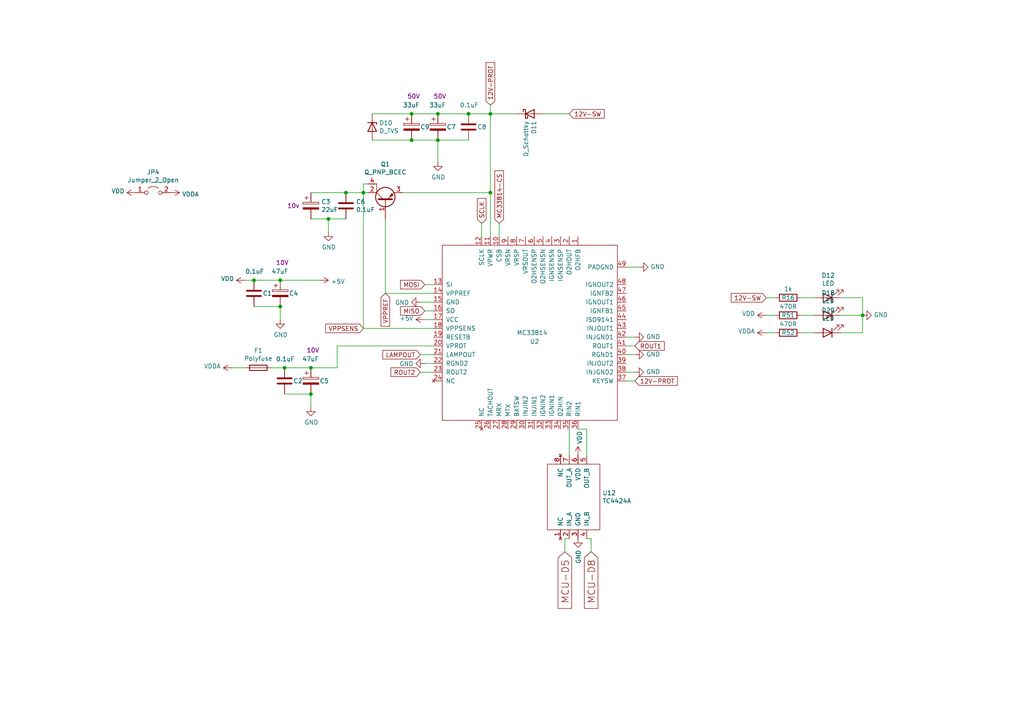
<source format=kicad_sch>
(kicad_sch (version 20230121) (generator eeschema)
  (paper "A4")
  (lib_symbols
    (symbol "Device:C" (pin_numbers hide) (pin_names (offset 0.254))
      (property "Reference" "C" (at 0.635 2.54 0))
      (property "Value" "C" (at 0.635 -2.54 0))
      (symbol "C_0_1"
        (polyline (pts (xy -2.032 -0.762) (xy 2.032 -0.762)) (stroke (width 0.508)))
        (polyline (pts (xy -2.032 0.762) (xy 2.032 0.762)) (stroke (width 0.508)))
      )
      (symbol "C_1_1"
        (pin passive line (at 0 3.81 270) (length 2.794) (name "~") (number "1"))
        (pin passive line (at 0 -3.81 90) (length 2.794) (name "~") (number "2"))
      )
    )
    (symbol "Device:CP" (pin_numbers hide) (pin_names (offset 0.254))
      (property "Reference" "C" (at 0.635 2.54 0))
      (property "Value" "Device_CP" (at 0.635 -2.54 0))
      (symbol "CP_0_1"
        (rectangle (start -2.286 0.508) (end 2.286 1.016))
        (polyline (pts (xy -1.778 2.286) (xy -0.762 2.286)))
        (polyline (pts (xy -1.27 2.794) (xy -1.27 1.778)))
        (rectangle (start 2.286 -0.508) (end -2.286 -1.016) (fill (type outline)))
      )
      (symbol "CP_1_1"
        (pin passive line (at 0 3.81 270) (length 2.794) (name "~") (number "1"))
        (pin passive line (at 0 -3.81 90) (length 2.794) (name "~") (number "2"))
      )
    )
    (symbol "Device:D_Schottky" (pin_numbers hide) (pin_names (offset 1.016) hide)
      (property "Reference" "D" (at 0 2.54 0))
      (property "Value" "D_Schottky" (at 0 -2.54 0))
      (symbol "D_Schottky_0_1"
        (polyline (pts (xy 1.27 0) (xy -1.27 0)))
        (polyline (pts (xy 1.27 1.27) (xy 1.27 -1.27) (xy -1.27 0) (xy 1.27 1.27)) (stroke (width 0.254)))
        (polyline (pts (xy -1.905 0.635) (xy -1.905 1.27) (xy -1.27 1.27) (xy -1.27 -1.27) (xy -0.635 -1.27) (xy -0.635 -0.635)) (stroke (width 0.254)))
      )
      (symbol "D_Schottky_1_1"
        (pin passive line (at -3.81 0 0) (length 2.54) (name "K") (number "1"))
        (pin passive line (at 3.81 0 180) (length 2.54) (name "A") (number "2"))
      )
    )
    (symbol "Device:D_Zener" (pin_numbers hide) (pin_names (offset 1.016) hide)
      (property "Reference" "D" (at 0 2.54 0))
      (property "Value" "D_Zener" (at 0 -2.54 0))
      (symbol "D_Zener_0_1"
        (polyline (pts (xy 1.27 0) (xy -1.27 0)))
        (polyline (pts (xy -1.27 -1.27) (xy -1.27 1.27) (xy -0.762 1.27)) (stroke (width 0.254)))
        (polyline (pts (xy 1.27 -1.27) (xy 1.27 1.27) (xy -1.27 0) (xy 1.27 -1.27)) (stroke (width 0.254)))
      )
      (symbol "D_Zener_1_1"
        (pin passive line (at -3.81 0 0) (length 2.54) (name "K") (number "1"))
        (pin passive line (at 3.81 0 180) (length 2.54) (name "A") (number "2"))
      )
    )
    (symbol "Device:Fuse" (pin_numbers hide) (pin_names (offset 0))
      (property "Reference" "F" (at 2.032 0 90))
      (property "Value" "Fuse" (at -1.905 0 90))
      (symbol "Fuse_0_1"
        (rectangle (start -0.762 -2.54) (end 0.762 2.54) (stroke (width 0.254)))
        (polyline (pts (xy 0 2.54) (xy 0 -2.54)))
      )
      (symbol "Fuse_1_1"
        (pin passive line (at 0 3.81 270) (length 1.27) (name "~") (number "1"))
        (pin passive line (at 0 -3.81 90) (length 1.27) (name "~") (number "2"))
      )
    )
    (symbol "Device:LED" (pin_numbers hide) (pin_names (offset 1.016) hide)
      (property "Reference" "D" (at 0 2.54 0))
      (property "Value" "LED" (at 0 -2.54 0))
      (symbol "LED_0_1"
        (polyline (pts (xy -1.27 -1.27) (xy -1.27 1.27)) (stroke (width 0.254)))
        (polyline (pts (xy -1.27 0) (xy 1.27 0)))
        (polyline (pts (xy 1.27 -1.27) (xy 1.27 1.27) (xy -1.27 0) (xy 1.27 -1.27)) (stroke (width 0.254)))
        (polyline (pts (xy -3.048 -0.762) (xy -4.572 -2.286) (xy -3.81 -2.286) (xy -4.572 -2.286) (xy -4.572 -1.524)))
        (polyline (pts (xy -1.778 -0.762) (xy -3.302 -2.286) (xy -2.54 -2.286) (xy -3.302 -2.286) (xy -3.302 -1.524)))
      )
      (symbol "LED_1_1"
        (pin passive line (at -3.81 0 0) (length 2.54) (name "K") (number "1"))
        (pin passive line (at 3.81 0 180) (length 2.54) (name "A") (number "2"))
      )
    )
    (symbol "Device:Q_PNP_BCEC" (pin_names (offset 0) hide)
      (property "Reference" "Q" (at 5.08 1.27 0))
      (property "Value" "Q_PNP_BCEC" (at 5.08 -1.27 0))
      (symbol "Q_PNP_BCEC_0_1"
        (polyline (pts (xy 0.635 0.635) (xy 2.54 2.54)))
        (polyline (pts (xy 5.08 2.54) (xy 2.54 2.54)))
        (polyline (pts (xy 0.635 -0.635) (xy 2.54 -2.54) (xy 2.54 -2.54)))
        (polyline (pts (xy 0.635 1.905) (xy 0.635 -1.905) (xy 0.635 -1.905)) (stroke (width 0.508)))
        (polyline (pts (xy 2.286 -1.778) (xy 1.778 -2.286) (xy 1.27 -1.27) (xy 2.286 -1.778) (xy 2.286 -1.778)) (fill (type outline)))
        (circle (center 1.27 0) (radius 2.8194) (stroke (width 0.254)))
      )
      (symbol "Q_PNP_BCEC_1_1"
        (pin input line (at -5.08 0 0) (length 5.715) (name "B") (number "1"))
        (pin passive line (at 2.54 5.08 270) (length 2.54) (name "C") (number "2"))
        (pin passive line (at 2.54 -5.08 90) (length 2.54) (name "E") (number "3"))
        (pin passive line (at 5.08 5.08 270) (length 2.54) (name "C") (number "4"))
      )
    )
    (symbol "Device:R" (pin_numbers hide) (pin_names (offset 0))
      (property "Reference" "R" (at 2.032 0 90))
      (property "Value" "R" (at 0 0 90))
      (symbol "R_0_1"
        (rectangle (start -1.016 -2.54) (end 1.016 2.54) (stroke (width 0.254)))
      )
      (symbol "R_1_1"
        (pin passive line (at 0 3.81 270) (length 1.27) (name "~") (number "1"))
        (pin passive line (at 0 -3.81 90) (length 1.27) (name "~") (number "2"))
      )
    )
    (symbol "IC_Automotive:MC33814" (pin_names (offset 1.016))
      (property "Reference" "U" (at 0 0 0))
      (property "Value" "MC33814" (at 0 0 0))
      (symbol "MC33814_0_1"
        (rectangle (start -25.4 25.4) (end 25.4 -25.4))
      )
      (symbol "MC33814_1_1"
        (pin input line (at -27.94 13.97 0) (length 2.54) (name "O2HFB") (number "1"))
        (pin input line (at -27.94 -8.89 0) (length 2.54) (name "CSB") (number "10"))
        (pin power_in line (at -27.94 -11.43 0) (length 2.54) (name "VPWR") (number "11"))
        (pin input line (at -27.94 -13.97 0) (length 2.54) (name "SCLK") (number "12"))
        (pin input line (at -13.97 -27.94 90) (length 2.54) (name "SI") (number "13"))
        (pin output line (at -11.43 -27.94 90) (length 2.54) (name "VPPREF") (number "14"))
        (pin power_in line (at -8.89 -27.94 90) (length 2.54) (name "GND") (number "15"))
        (pin output line (at -6.35 -27.94 90) (length 2.54) (name "SO") (number "16"))
        (pin power_out line (at -3.81 -27.94 90) (length 2.54) (name "VCC") (number "17"))
        (pin input line (at -1.27 -27.94 90) (length 2.54) (name "VPPSENS") (number "18"))
        (pin output line (at 1.27 -27.94 90) (length 2.54) (name "RESETB") (number "19"))
        (pin output line (at -27.94 11.43 0) (length 2.54) (name "O2HOUT") (number "2"))
        (pin power_out line (at 3.81 -27.94 90) (length 2.54) (name "VPROT") (number "20"))
        (pin output line (at 6.35 -27.94 90) (length 2.54) (name "LAMPOUT") (number "21"))
        (pin power_out line (at 8.89 -27.94 90) (length 2.54) (name "RGND2") (number "22"))
        (pin output line (at 11.43 -27.94 90) (length 2.54) (name "ROUT2") (number "23"))
        (pin no_connect line (at 13.97 -27.94 90) (length 2.54) (name "NC") (number "24"))
        (pin no_connect line (at 27.94 -13.97 180) (length 2.54) (name "NC") (number "25"))
        (pin output line (at 27.94 -11.43 180) (length 2.54) (name "TACHOUT") (number "26"))
        (pin output line (at 27.94 -8.89 180) (length 2.54) (name "MRX") (number "27"))
        (pin input line (at 27.94 -6.35 180) (length 2.54) (name "MTX") (number "28"))
        (pin output line (at 27.94 -3.81 180) (length 2.54) (name "BATSW") (number "29"))
        (pin input line (at -27.94 8.89 0) (length 2.54) (name "IGNSENSP") (number "3"))
        (pin input line (at 27.94 -1.27 180) (length 2.54) (name "INJIN2") (number "30"))
        (pin input line (at 27.94 1.27 180) (length 2.54) (name "INJIN1") (number "31"))
        (pin input line (at 27.94 3.81 180) (length 2.54) (name "IGNIN2") (number "32"))
        (pin input line (at 27.94 6.35 180) (length 2.54) (name "IGNIN1") (number "33"))
        (pin input line (at 27.94 8.89 180) (length 2.54) (name "O2HIN") (number "34"))
        (pin input line (at 27.94 11.43 180) (length 2.54) (name "RIN2") (number "35"))
        (pin input line (at 27.94 13.97 180) (length 2.54) (name "RIN1") (number "36"))
        (pin input line (at 13.97 27.94 270) (length 2.54) (name "KEYSW") (number "37"))
        (pin power_out line (at 11.43 27.94 270) (length 2.54) (name "INJGND2") (number "38"))
        (pin output line (at 8.89 27.94 270) (length 2.54) (name "INJOUT2") (number "39"))
        (pin input line (at -27.94 6.35 0) (length 2.54) (name "IGNSENSN") (number "4"))
        (pin power_out line (at 6.35 27.94 270) (length 2.54) (name "RGND1") (number "40"))
        (pin output line (at 3.81 27.94 270) (length 2.54) (name "ROUT1") (number "41"))
        (pin power_out line (at 1.27 27.94 270) (length 2.54) (name "INJGND1") (number "42"))
        (pin output line (at -1.27 27.94 270) (length 2.54) (name "INJOUT1") (number "43"))
        (pin bidirectional line (at -3.81 27.94 270) (length 2.54) (name "ISO9141") (number "44"))
        (pin input line (at -6.35 27.94 270) (length 2.54) (name "IGNFB1") (number "45"))
        (pin output line (at -8.89 27.94 270) (length 2.54) (name "IGNOUT1") (number "46"))
        (pin input line (at -11.43 27.94 270) (length 2.54) (name "IGNFB2") (number "47"))
        (pin output line (at -13.97 27.94 270) (length 2.54) (name "IGNOUT2") (number "48"))
        (pin power_in line (at -19.05 27.94 270) (length 2.54) (name "PADGND") (number "49"))
        (pin input line (at -27.94 3.81 0) (length 2.54) (name "O2HSENSN") (number "5"))
        (pin input line (at -27.94 1.27 0) (length 2.54) (name "O2HSENSP") (number "6"))
        (pin output line (at -27.94 -1.27 0) (length 2.54) (name "VRSOUT") (number "7"))
        (pin input line (at -27.94 -3.81 0) (length 2.54) (name "VRSP") (number "8"))
        (pin input line (at -27.94 -6.35 0) (length 2.54) (name "VRSN") (number "9"))
      )
    )
    (symbol "IC_Automotive:TC4424A" (pin_names (offset 1.016))
      (property "Reference" "U" (at -7.62 38.1 0))
      (property "Value" "TC4424A" (at -15.24 38.1 0))
      (symbol "TC4424A_0_1"
        (rectangle (start -25.4 36.83) (end -6.35 21.59))
      )
      (symbol "TC4424A_1_1"
        (pin no_connect line (at -27.94 33.02 0) (length 2.54) (name "NC") (number "1"))
        (pin input line (at -27.94 30.48 0) (length 2.54) (name "IN_A") (number "2"))
        (pin power_in line (at -27.94 27.94 0) (length 2.54) (name "GND") (number "3"))
        (pin input line (at -27.94 25.4 0) (length 2.54) (name "IN_B") (number "4"))
        (pin input line (at -3.81 25.4 180) (length 2.54) (name "OUT_B") (number "5"))
        (pin power_in line (at -3.81 27.94 180) (length 2.54) (name "VDD") (number "6"))
        (pin output line (at -3.81 30.48 180) (length 2.54) (name "OUT_A") (number "7"))
        (pin no_connect line (at -3.81 33.02 180) (length 2.54) (name "NC") (number "8"))
      )
    )
    (symbol "Jumper:Jumper_2_Open" (pin_names (offset 0) hide)
      (property "Reference" "JP" (at 0 2.794 0))
      (property "Value" "Jumper_2_Open" (at 0 -2.286 0))
      (symbol "Jumper_2_Open_0_0"
        (circle (center -2.032 0) (radius 0.508))
        (circle (center 2.032 0) (radius 0.508))
      )
      (symbol "Jumper_2_Open_0_1"
        (arc (start 1.524 1.27) (mid 0 1.778) (end -1.524 1.27))
      )
      (symbol "Jumper_2_Open_1_1"
        (pin passive line (at -5.08 0 0) (length 2.54) (name "A") (number "1"))
        (pin passive line (at 5.08 0 180) (length 2.54) (name "B") (number "2"))
      )
    )
    (symbol "power:+5V" (power) (pin_names (offset 0))
      (property "Value" "+5V" (at 0 3.556 0))
      (symbol "+5V_0_1"
        (polyline (pts (xy -0.762 1.27) (xy 0 2.54)))
        (polyline (pts (xy 0 0) (xy 0 2.54)))
        (polyline (pts (xy 0 2.54) (xy 0.762 1.27)))
      )
      (symbol "+5V_1_1"
        (pin power_in line (at 0 0 90) (length 0) hide (name "+5V") (number "1"))
      )
    )
    (symbol "power:GND" (power) (pin_names (offset 0))
      (property "Value" "GND" (at 0 -3.81 0))
      (symbol "GND_0_1"
        (polyline (pts (xy 0 0) (xy 0 -1.27) (xy 1.27 -1.27) (xy 0 -2.54) (xy -1.27 -1.27) (xy 0 -1.27)))
      )
      (symbol "GND_1_1"
        (pin power_in line (at 0 0 270) (length 0) hide (name "GND") (number "1"))
      )
    )
    (symbol "power:VDD" (power) (pin_names (offset 0))
      (property "Value" "VDD" (at 0 3.81 0))
      (symbol "VDD_0_1"
        (polyline (pts (xy -0.762 1.27) (xy 0 2.54)))
        (polyline (pts (xy 0 0) (xy 0 2.54)))
        (polyline (pts (xy 0 2.54) (xy 0.762 1.27)))
      )
      (symbol "VDD_1_1"
        (pin power_in line (at 0 0 90) (length 0) hide (name "VDD") (number "1"))
      )
    )
    (symbol "power:VDDA" (power) (pin_names (offset 0))
      (property "Value" "VDDA" (at 0 3.81 0))
      (symbol "VDDA_0_1"
        (polyline (pts (xy -0.762 1.27) (xy 0 2.54)))
        (polyline (pts (xy 0 0) (xy 0 2.54)))
        (polyline (pts (xy 0 2.54) (xy 0.762 1.27)))
      )
      (symbol "VDDA_1_1"
        (pin power_in line (at 0 0 90) (length 0) hide (name "VDDA") (number "1"))
      )
    )
  )
  (junction (at 73.66 81.28))
  (junction (at 250.19 91.44))
  (junction (at 82.55 106.68))
  (junction (at 81.28 88.9))
  (junction (at 142.24 55.88))
  (junction (at 100.33 55.88))
  (junction (at 142.24 33.02))
  (junction (at 135.89 33.02))
  (junction (at 81.28 81.28))
  (junction (at 90.17 114.3))
  (junction (at 127 33.02))
  (junction (at 90.17 106.68))
  (junction (at 119.38 40.64))
  (junction (at 127 40.64))
  (junction (at 119.38 33.02))
  (junction (at 105.41 55.88))
  (junction (at 95.25 63.5))
  (wire (pts (xy 121.92 107.95) (xy 125.73 107.95)))
  (wire (pts (xy 170.18 124.46) (xy 170.18 132.08)))
  (wire (pts (xy 78.74 106.68) (xy 82.55 106.68)))
  (wire (pts (xy 135.89 33.02) (xy 127 33.02)))
  (wire (pts (xy 105.41 53.34) (xy 105.41 55.88)))
  (wire (pts (xy 171.45 160.02) (xy 171.45 156.21)))
  (wire (pts (xy 232.41 86.36) (xy 236.22 86.36)))
  (wire (pts (xy 125.73 100.33) (xy 97.79 100.33)))
  (wire (pts (xy 105.41 95.25) (xy 125.73 95.25)))
  (wire (pts (xy 163.83 160.02) (xy 163.83 156.21)))
  (wire (pts (xy 184.15 110.49) (xy 181.61 110.49)))
  (wire (pts (xy 135.89 33.02) (xy 142.24 33.02)))
  (wire (pts (xy 142.24 33.02) (xy 149.86 33.02)))
  (wire (pts (xy 111.76 63.5) (xy 111.76 85.09)))
  (wire (pts (xy 165.1 33.02) (xy 157.48 33.02)))
  (wire (pts (xy 81.28 92.71) (xy 81.28 88.9)))
  (wire (pts (xy 90.17 118.11) (xy 90.17 114.3)))
  (wire (pts (xy 123.19 90.17) (xy 125.73 90.17)))
  (wire (pts (xy 105.41 55.88) (xy 105.41 95.25)))
  (wire (pts (xy 127 40.64) (xy 127 46.99)))
  (wire (pts (xy 97.79 106.68) (xy 90.17 106.68)))
  (wire (pts (xy 243.84 86.36) (xy 250.19 86.36)))
  (wire (pts (xy 184.15 102.87) (xy 181.61 102.87)))
  (wire (pts (xy 224.79 96.52) (xy 222.25 96.52)))
  (wire (pts (xy 100.33 55.88) (xy 105.41 55.88)))
  (wire (pts (xy 232.41 91.44) (xy 236.22 91.44)))
  (wire (pts (xy 107.95 33.02) (xy 119.38 33.02)))
  (wire (pts (xy 142.24 55.88) (xy 142.24 68.58)))
  (wire (pts (xy 142.24 33.02) (xy 142.24 55.88)))
  (wire (pts (xy 139.7 64.77) (xy 139.7 68.58)))
  (wire (pts (xy 222.25 91.44) (xy 224.79 91.44)))
  (wire (pts (xy 67.31 106.68) (xy 71.12 106.68)))
  (wire (pts (xy 184.15 97.79) (xy 181.61 97.79)))
  (wire (pts (xy 107.95 40.64) (xy 119.38 40.64)))
  (wire (pts (xy 119.38 40.64) (xy 127 40.64)))
  (wire (pts (xy 123.19 105.41) (xy 125.73 105.41)))
  (wire (pts (xy 184.15 107.95) (xy 181.61 107.95)))
  (wire (pts (xy 250.19 86.36) (xy 250.19 91.44)))
  (wire (pts (xy 73.66 81.28) (xy 81.28 81.28)))
  (wire (pts (xy 90.17 55.88) (xy 100.33 55.88)))
  (wire (pts (xy 163.83 156.21) (xy 165.1 156.21)))
  (wire (pts (xy 167.64 124.46) (xy 170.18 124.46)))
  (wire (pts (xy 82.55 106.68) (xy 90.17 106.68)))
  (wire (pts (xy 121.92 87.63) (xy 125.73 87.63)))
  (wire (pts (xy 71.12 81.28) (xy 73.66 81.28)))
  (wire (pts (xy 171.45 156.21) (xy 170.18 156.21)))
  (wire (pts (xy 116.84 55.88) (xy 142.24 55.88)))
  (wire (pts (xy 119.38 33.02) (xy 127 33.02)))
  (wire (pts (xy 142.24 30.48) (xy 142.24 33.02)))
  (wire (pts (xy 95.25 63.5) (xy 100.33 63.5)))
  (wire (pts (xy 181.61 77.47) (xy 185.42 77.47)))
  (wire (pts (xy 135.89 40.64) (xy 127 40.64)))
  (wire (pts (xy 97.79 100.33) (xy 97.79 106.68)))
  (wire (pts (xy 111.76 85.09) (xy 125.73 85.09)))
  (wire (pts (xy 250.19 96.52) (xy 250.19 91.44)))
  (wire (pts (xy 165.1 124.46) (xy 165.1 132.08)))
  (wire (pts (xy 95.25 67.31) (xy 95.25 63.5)))
  (wire (pts (xy 222.25 86.36) (xy 224.79 86.36)))
  (wire (pts (xy 81.28 81.28) (xy 92.71 81.28)))
  (wire (pts (xy 73.66 88.9) (xy 81.28 88.9)))
  (wire (pts (xy 82.55 114.3) (xy 90.17 114.3)))
  (wire (pts (xy 105.41 55.88) (xy 106.68 55.88)))
  (wire (pts (xy 232.41 96.52) (xy 236.22 96.52)))
  (wire (pts (xy 243.84 91.44) (xy 250.19 91.44)))
  (wire (pts (xy 243.84 96.52) (xy 250.19 96.52)))
  (wire (pts (xy 184.15 100.33) (xy 181.61 100.33)))
  (wire (pts (xy 121.92 102.87) (xy 125.73 102.87)))
  (wire (pts (xy 123.19 82.55) (xy 125.73 82.55)))
  (wire (pts (xy 144.78 64.77) (xy 144.78 68.58)))
  (wire (pts (xy 90.17 63.5) (xy 95.25 63.5)))
  (wire (pts (xy 106.68 53.34) (xy 105.41 53.34)))
  (wire (pts (xy 123.19 92.71) (xy 125.73 92.71)))
  (global_label "ROUT1" (shape input) (at 184.15 100.33 0) (property "Intersheetrefs" "${INTERSHEET_REFS}" (effects hide)))
  (global_label "VPPREF" (shape input) (at 111.76 85.09 270) (property "Intersheetrefs" "${INTERSHEET_REFS}" (effects hide)))
  (global_label "12V-PROT" (shape input) (at 142.24 30.48 90) (property "Intersheetrefs" "${INTERSHEET_REFS}" (effects hide)))
  (global_label "LAMPOUT" (shape input) (at 121.92 102.87 180) (property "Intersheetrefs" "${INTERSHEET_REFS}" (effects hide)))
  (global_label "12V-SW" (shape input) (at 165.1 33.02 0) (property "Intersheetrefs" "${INTERSHEET_REFS}" (effects hide)))
  (global_label "MOSI" (shape input) (at 123.19 82.55 180) (property "Intersheetrefs" "${INTERSHEET_REFS}" (effects hide)))
  (global_label "SCLK" (shape input) (at 139.7 64.77 90) (property "Intersheetrefs" "${INTERSHEET_REFS}" (effects hide)))
  (global_label "MCU-D5" (shape input) (at 163.83 160.02 270) (effects (font (size 1.9812 1.9812))) (property "Intersheetrefs" "${INTERSHEET_REFS}" (effects hide)))
  (global_label "MISO" (shape input) (at 123.19 90.17 180) (property "Intersheetrefs" "${INTERSHEET_REFS}" (effects hide)))
  (global_label "VPPSENS" (shape input) (at 105.41 95.25 180) (property "Intersheetrefs" "${INTERSHEET_REFS}" (effects hide)))
  (global_label "MCU-D8" (shape input) (at 171.45 160.02 270) (effects (font (size 1.9812 1.9812))) (property "Intersheetrefs" "${INTERSHEET_REFS}" (effects hide)))
  (global_label "12V-PROT" (shape input) (at 184.15 110.49 0) (property "Intersheetrefs" "${INTERSHEET_REFS}" (effects hide)))
  (global_label "MC33814-CS" (shape input) (at 144.78 64.77 90) (property "Intersheetrefs" "${INTERSHEET_REFS}" (effects hide)))
  (global_label "ROUT2" (shape input) (at 121.92 107.95 180) (property "Intersheetrefs" "${INTERSHEET_REFS}" (effects hide)))
  (global_label "12V-SW" (shape input) (at 222.25 86.36 180) (property "Intersheetrefs" "${INTERSHEET_REFS}" (effects hide)))
  (symbol (lib_id "IC_Automotive:MC33814") (at 153.67 96.52 270) (unit 1)
    (property "Reference" "U2" (at 153.67 99.06 90) (effects (justify left)))
    (property "Value" "MC33814" (at 149.86 96.52 90) (effects (justify left)))
    (property "Footprint" "Package_QFP:LQFP-48-1EP_7x7mm_P0.5mm_EP3.6x3.6mm_ThermalVias" (effects hide))
    (property "Manufacturer_Name" "NXP" (effects hide))
    (property "Manufacturer_Part_Number" "MC33814AE" (effects hide))
    (property "URL" "http://au.element14.com/nxp/mc33814ae/ic-control-1-cylinder-engine-48lqfp/dp/2311285" (effects hide))
  )
  (symbol (lib_id "Device:D_Schottky") (at 153.67 33.02 0) (unit 1)
    (property "Reference" "D11" (at 154.8384 35.0266 90) (effects (justify right)))
    (property "Value" "D_Schottky" (at 152.527 35.0266 90) (effects (justify right)))
    (property "Footprint" "Diode_SMD:D_SMA_Handsoldering" (effects hide))
    (property "Digikey Part Number" "B360A-FDICT-ND" (effects hide))
    (property "Manufacturer_Name" "Diodes Inc" (effects hide))
    (property "Manufacturer_Part_Number" "B360A-13-F" (effects hide))
    (property "URL" "https://www.digikey.com.au/product-detail/en/diodes-incorporated/B360A-13-F/B360A-FDICT-ND/724980" (effects hide))
  )
  (symbol (lib_id "Device:CP") (at 127 36.83 0) (unit 1)
    (property "Reference" "C7" (at 129.54 36.83 0) (effects (justify left)))
    (property "Value" "33uF" (at 124.46 30.48 0) (effects (justify left)))
    (property "Footprint" "Capacitor_SMD:CP_Elec_6.3x7.7" (effects hide))
    (property "Voltage" "50V" (at 125.73 27.94 0) (effects (justify left)))
    (property "Digikey Part Number" "PCE3925CT-ND" (effects hide))
    (property "Manufacturer_Name" "Panasonic" (effects hide))
    (property "Manufacturer_Part_Number" "EEE-1HA330XP" (effects hide))
    (property "URL" "https://www.digikey.com.au/product-detail/en/panasonic-electronic-components/EEE-1HA330XP/PCE3925CT-ND/766301" (effects hide))
  )
  (symbol (lib_id "Device:C") (at 135.89 36.83 0) (unit 1)
    (property "Reference" "C8" (at 138.43 36.83 0) (effects (justify left)))
    (property "Value" "0.1uF" (at 133.35 30.48 0) (effects (justify left)))
    (property "Footprint" "Capacitor_SMD:C_0805_2012Metric" (effects hide))
    (property "Digikey Part Number" "311-1140-1-ND" (effects hide))
    (property "Manufacturer_Name" "Yageo" (effects hide))
    (property "Manufacturer_Part_Number" "CC0805KRX7R9BB104" (effects hide))
    (property "URL" "https://www.digikey.com.au/product-detail/en/yageo/CC0805KRX7R9BB104/311-1140-1-ND/303050" (effects hide))
  )
  (symbol (lib_id "power:GND") (at 127 46.99 0) (unit 1)
    (property "Reference" "#PWR0113" (effects hide))
    (property "Value" "GND" (at 127.127 51.3842 0))
  )
  (symbol (lib_id "Device:C") (at 100.33 59.69 0) (unit 1)
    (property "Reference" "C6" (at 103.251 58.5216 0) (effects (justify left)))
    (property "Value" "0.1uF" (at 103.251 60.833 0) (effects (justify left)))
    (property "Footprint" "Capacitor_SMD:C_0805_2012Metric" (effects hide))
    (property "Digikey Part Number" "311-1140-1-ND" (effects hide))
    (property "Manufacturer_Name" "Yageo" (effects hide))
    (property "Manufacturer_Part_Number" "CC0805KRX7R9BB104" (effects hide))
    (property "URL" "https://www.digikey.com.au/product-detail/en/yageo/CC0805KRX7R9BB104/311-1140-1-ND/303050" (effects hide))
  )
  (symbol (lib_id "Device:CP") (at 90.17 59.69 0) (unit 1)
    (property "Reference" "C3" (at 93.1672 58.5216 0) (effects (justify left)))
    (property "Value" "22uF" (at 93.1672 60.833 0) (effects (justify left)))
    (property "Footprint" "Capacitor_SMD:CP_Elec_4x5.4" (effects hide))
    (property "Digikey Part Number" "EEE-1CA220WR" (effects hide))
    (property "Manufacturer_Name" "Panasonic" (effects hide))
    (property "Manufacturer_Part_Number" "PCE3882CT-ND" (effects hide))
    (property "URL" "https://www.digikey.com.au/product-detail/en/panasonic-electronic-components/EEE-1CA220WR/PCE3882CT-ND/766258" (effects hide))
    (property "Voltage" "10v" (at 85.09 59.69 0))
  )
  (symbol (lib_id "power:GND") (at 95.25 67.31 0) (unit 1)
    (property "Reference" "#PWR0114" (effects hide))
    (property "Value" "GND" (at 95.377 71.7042 0))
  )
  (symbol (lib_id "power:GND") (at 185.42 77.47 90) (unit 1)
    (property "Reference" "#PWR0115" (effects hide))
    (property "Value" "GND" (at 188.6712 77.343 90) (effects (justify right)))
  )
  (symbol (lib_id "power:GND") (at 121.92 87.63 270) (unit 1)
    (property "Reference" "#PWR0116" (effects hide))
    (property "Value" "GND" (at 118.6688 87.757 90) (effects (justify right)))
  )
  (symbol (lib_id "power:+5V") (at 123.19 92.71 90) (unit 1)
    (property "Reference" "#PWR0117" (effects hide))
    (property "Value" "+5V" (at 119.9388 92.329 90) (effects (justify left)))
  )
  (symbol (lib_id "Device:CP") (at 81.28 85.09 0) (unit 1)
    (property "Reference" "C4" (at 83.82 85.09 0) (effects (justify left)))
    (property "Value" "47uF" (at 78.74 78.74 0) (effects (justify left)))
    (property "Footprint" "Capacitor_Tantalum_SMD:CP_EIA-3528-21_Kemet-B" (effects hide))
    (property "Voltage" "10V" (at 80.01 76.2 0) (effects (justify left)))
    (property "Digikey Part Number" "478-1692-1-ND" (effects hide))
    (property "Manufacturer_Name" "AVX" (effects hide))
    (property "Manufacturer_Part_Number" "TAJB476K006RNJ" (effects hide))
    (property "URL" "https://www.digikey.com/product-detail/en/avx-corporation/TAJB476K006RNJ/478-1692-1-ND/564724" (effects hide))
  )
  (symbol (lib_id "Device:C") (at 73.66 85.09 0) (unit 1)
    (property "Reference" "C1" (at 76.2 85.09 0) (effects (justify left)))
    (property "Value" "0.1uF" (at 71.12 78.74 0) (effects (justify left)))
    (property "Footprint" "Capacitor_SMD:C_0805_2012Metric" (effects hide))
    (property "Digikey Part Number" "311-1140-1-ND" (effects hide))
    (property "Manufacturer_Name" "Yageo" (effects hide))
    (property "Manufacturer_Part_Number" "CC0805KRX7R9BB104" (effects hide))
    (property "URL" "https://www.digikey.com.au/product-detail/en/yageo/CC0805KRX7R9BB104/311-1140-1-ND/303050" (effects hide))
  )
  (symbol (lib_id "power:GND") (at 81.28 92.71 0) (unit 1)
    (property "Reference" "#PWR0118" (effects hide))
    (property "Value" "GND" (at 81.407 97.1042 0))
  )
  (symbol (lib_id "Device:CP") (at 90.17 110.49 0) (unit 1)
    (property "Reference" "C5" (at 92.71 110.49 0) (effects (justify left)))
    (property "Value" "47uF" (at 87.63 104.14 0) (effects (justify left)))
    (property "Footprint" "Capacitor_Tantalum_SMD:CP_EIA-3528-21_Kemet-B" (effects hide))
    (property "Voltage" "10V" (at 88.9 101.6 0) (effects (justify left)))
    (property "Digikey Part Number" "478-1692-1-ND" (effects hide))
    (property "Manufacturer_Name" "AVX" (effects hide))
    (property "Manufacturer_Part_Number" "TAJB476K006RNJ" (effects hide))
    (property "URL" "https://www.digikey.com/product-detail/en/avx-corporation/TAJB476K006RNJ/478-1692-1-ND/564724" (effects hide))
  )
  (symbol (lib_id "Device:C") (at 82.55 110.49 0) (unit 1)
    (property "Reference" "C2" (at 85.09 110.49 0) (effects (justify left)))
    (property "Value" "0.1uF" (at 80.01 104.14 0) (effects (justify left)))
    (property "Footprint" "Capacitor_SMD:C_0805_2012Metric" (effects hide))
    (property "Digikey Part Number" "311-1140-1-ND" (effects hide))
    (property "Manufacturer_Name" "Yageo" (effects hide))
    (property "Manufacturer_Part_Number" "CC0805KRX7R9BB104" (effects hide))
    (property "URL" "https://www.digikey.com.au/product-detail/en/yageo/CC0805KRX7R9BB104/311-1140-1-ND/303050" (effects hide))
  )
  (symbol (lib_id "power:GND") (at 90.17 118.11 0) (unit 1)
    (property "Reference" "#PWR0119" (effects hide))
    (property "Value" "GND" (at 90.297 122.5042 0))
  )
  (symbol (lib_id "Device:Fuse") (at 74.93 106.68 270) (unit 1)
    (property "Reference" "F1" (at 74.93 101.6762 90))
    (property "Value" "Polyfuse" (at 74.93 103.9876 90))
    (property "Footprint" "Fuse:Fuse_0603_1608Metric" (effects hide))
    (property "Digikey Part Number" "507-1817-1-ND" (effects hide))
    (property "Manufacturer_Name" "Bel Fuse Inc." (effects hide))
    (property "Manufacturer_Part_Number" "0ZCM0008FF2G" (effects hide))
    (property "URL" "https://www.digikey.com.au/product-detail/en/bel-fuse-inc/0ZCM0008FF2G/507-1817-1-ND/4156262" (effects hide))
  )
  (symbol (lib_id "power:GND") (at 123.19 105.41 270) (unit 1)
    (property "Reference" "#PWR0120" (effects hide))
    (property "Value" "GND" (at 119.9388 105.537 90) (effects (justify right)))
  )
  (symbol (lib_id "power:GND") (at 184.15 102.87 90) (unit 1)
    (property "Reference" "#PWR0121" (effects hide))
    (property "Value" "GND" (at 187.4012 102.743 90) (effects (justify right)))
  )
  (symbol (lib_id "power:VDD") (at 71.12 81.28 90) (unit 1)
    (property "Reference" "#PWR0122" (effects hide))
    (property "Value" "VDD" (at 67.8942 80.8228 90) (effects (justify left)))
  )
  (symbol (lib_id "power:VDDA") (at 67.31 106.68 90) (unit 1)
    (property "Reference" "#PWR0123" (effects hide))
    (property "Value" "VDDA" (at 64.0588 106.2228 90) (effects (justify left)))
  )
  (symbol (lib_id "power:+5V") (at 92.71 81.28 270) (unit 1)
    (property "Reference" "#PWR0157" (effects hide))
    (property "Value" "+5V" (at 95.9612 81.661 90) (effects (justify left)))
  )
  (symbol (lib_id "Device:Q_PNP_BCEC") (at 111.76 58.42 90) (unit 1)
    (property "Reference" "Q1" (at 111.76 47.625 90))
    (property "Value" "Q_PNP_BCEC" (at 111.76 49.9364 90))
    (property "Footprint" "Package_TO_SOT_SMD:SOT-223-3_TabPin2" (effects hide))
    (property "Digikey Part Number" "FZT753CT-ND" (effects hide))
    (property "Manufacturer_Name" "Diodes Inc" (effects hide))
    (property "Manufacturer_Part_Number" "FZT753TA" (effects hide))
    (property "URL" "https://www.digikey.com.au/product-detail/en/diodes-incorporated/FZT753TA/FZT753CT-ND/92847" (effects hide))
  )
  (symbol (lib_id "Device:D_Zener") (at 107.95 36.83 270) (unit 1)
    (property "Reference" "D10" (at 109.9566 35.6616 90) (effects (justify left)))
    (property "Value" "D_TVS" (at 109.9566 37.973 90) (effects (justify left)))
    (property "Footprint" "Diode_SMD:D_SMB" (effects hide))
    (property "Digikey Part Number" "SMBJ40A-QCT-ND" (effects hide))
    (property "Manufacturer_Name" "Bournes Inc." (effects hide))
    (property "Manufacturer_Part_Number" "SMBJ40A-Q" (effects hide))
    (property "URL" "https://www.digikey.com.au/product-detail/en/bourns-inc/SMBJ40A-Q/SMBJ40A-QCT-ND/10222718" (effects hide))
  )
  (symbol (lib_id "Device:CP") (at 119.38 36.83 0) (unit 1)
    (property "Reference" "C9" (at 121.92 36.83 0) (effects (justify left)))
    (property "Value" "33uF" (at 116.84 30.48 0) (effects (justify left)))
    (property "Footprint" "Capacitor_SMD:CP_Elec_6.3x7.7" (effects hide))
    (property "Voltage" "50V" (at 118.11 27.94 0) (effects (justify left)))
    (property "Digikey Part Number" "PCE3925CT-ND" (effects hide))
    (property "Manufacturer_Name" "Panasonic" (effects hide))
    (property "Manufacturer_Part_Number" "EEE-1HA330XP" (effects hide))
    (property "URL" "https://www.digikey.com.au/product-detail/en/panasonic-electronic-components/EEE-1HA330XP/PCE3925CT-ND/766301" (effects hide))
  )
  (symbol (lib_id "Device:R") (at 228.6 96.52 90) (unit 1)
    (property "Reference" "R52" (at 228.6 96.52 90))
    (property "Value" "470R" (at 228.6 93.98 90))
    (property "Footprint" "Resistor_SMD:R_0805_2012Metric" (effects hide))
    (property "Digikey Part Number" "P470CCT-ND" (effects hide))
    (property "Manufacturer_Name" "Panasonic" (effects hide))
    (property "Manufacturer_Part_Number" "ERJ-6ENF4700V" (effects hide))
    (property "URL" "https://www.digikey.com/product-detail/en/panasonic-electronic-components/ERJ-6ENF4700V/P470CCT-ND/1746871" (effects hide))
  )
  (symbol (lib_id "Device:R") (at 228.6 91.44 90) (unit 1)
    (property "Reference" "R51" (at 228.6 91.44 90))
    (property "Value" "470R" (at 228.6 88.9 90))
    (property "Footprint" "Resistor_SMD:R_0805_2012Metric" (effects hide))
    (property "Digikey Part Number" "P470CCT-ND" (effects hide))
    (property "Manufacturer_Name" "Panasonic" (effects hide))
    (property "Manufacturer_Part_Number" "ERJ-6ENF4700V" (effects hide))
    (property "URL" "https://www.digikey.com/product-detail/en/panasonic-electronic-components/ERJ-6ENF4700V/P470CCT-ND/1746871" (effects hide))
  )
  (symbol (lib_id "Device:R") (at 228.6 86.36 90) (unit 1)
    (property "Reference" "R16" (at 228.6 86.36 90))
    (property "Value" "1k" (at 228.6 83.82 90))
    (property "Footprint" "Resistor_SMD:R_0805_2012Metric" (effects hide))
    (property "Digikey Part Number" "311-1.00KCRCT-ND" (effects hide))
    (property "Manufacturer_Name" "Yageo" (effects hide))
    (property "Manufacturer_Part_Number" "RC0805FR-071KL" (effects hide))
    (property "URL" "https://www.digikey.com/product-detail/en/yageo/RC0805FR-071KL/311-1.00KCRCT-ND/730391" (effects hide))
  )
  (symbol (lib_id "Device:LED") (at 240.03 86.36 180) (unit 1)
    (property "Reference" "D12" (at 240.2078 79.883 0))
    (property "Value" "LED" (at 240.2078 82.1944 0))
    (property "Footprint" "LED_SMD:LED_0805_2012Metric_Pad1.15x1.40mm_HandSolder" (effects hide))
    (property "Digikey Part Number" "475-1410-2-ND" (effects hide))
    (property "Manufacturer_Name" "OSRAM" (effects hide))
    (property "Manufacturer_Part_Number" "LG R971-KN-1" (effects hide))
    (property "URL" "https://www.digikey.com/en/products/detail/osram-opto-semiconductors-inc/LG-R971-KN-1/1227925" (effects hide))
  )
  (symbol (lib_id "power:VDDA") (at 222.25 96.52 90) (unit 1)
    (property "Reference" "#PWR0134" (effects hide))
    (property "Value" "VDDA" (at 218.9988 96.0628 90) (effects (justify left)))
  )
  (symbol (lib_id "power:VDD") (at 222.25 91.44 90) (unit 1)
    (property "Reference" "#PWR0149" (effects hide))
    (property "Value" "VDD" (at 219.0242 90.9828 90) (effects (justify left)))
  )
  (symbol (lib_id "Device:LED") (at 240.03 91.44 180) (unit 1)
    (property "Reference" "D18" (at 240.2078 84.963 0))
    (property "Value" "LED" (at 240.2078 87.2744 0))
    (property "Footprint" "LED_SMD:LED_0805_2012Metric_Pad1.15x1.40mm_HandSolder" (effects hide))
    (property "Digikey Part Number" "475-1410-2-ND" (effects hide))
    (property "Manufacturer_Name" "OSRAM" (effects hide))
    (property "Manufacturer_Part_Number" "LG R971-KN-1" (effects hide))
    (property "URL" "https://www.digikey.com/en/products/detail/osram-opto-semiconductors-inc/LG-R971-KN-1/1227925" (effects hide))
  )
  (symbol (lib_id "Device:LED") (at 240.03 96.52 180) (unit 1)
    (property "Reference" "D29" (at 240.2078 90.043 0))
    (property "Value" "LED" (at 240.2078 92.3544 0))
    (property "Footprint" "LED_SMD:LED_0805_2012Metric_Pad1.15x1.40mm_HandSolder" (effects hide))
    (property "Digikey Part Number" "475-1410-2-ND" (effects hide))
    (property "Manufacturer_Name" "OSRAM" (effects hide))
    (property "Manufacturer_Part_Number" "LG R971-KN-1" (effects hide))
    (property "URL" "https://www.digikey.com/en/products/detail/osram-opto-semiconductors-inc/LG-R971-KN-1/1227925" (effects hide))
  )
  (symbol (lib_id "power:GND") (at 250.19 91.44 90) (unit 1)
    (property "Reference" "#PWR0180" (effects hide))
    (property "Value" "GND" (at 253.4412 91.313 90) (effects (justify right)))
  )
  (symbol (lib_id "power:GND") (at 167.64 156.21 0) (unit 1)
    (property "Reference" "#PWR0214" (effects hide))
    (property "Value" "GND" (at 167.767 159.4612 90) (effects (justify right)))
  )
  (symbol (lib_id "power:VDD") (at 167.64 132.08 0) (unit 1)
    (property "Reference" "#PWR0216" (effects hide))
    (property "Value" "VDD" (at 168.0972 128.8542 90) (effects (justify left)))
  )
  (symbol (lib_id "IC_Automotive:TC4424A") (at 195.58 128.27 90) (unit 1)
    (property "Reference" "U12" (at 174.7012 142.9766 90) (effects (justify right)))
    (property "Value" "TC4424A" (at 174.7012 145.288 90) (effects (justify right)))
    (property "Footprint" "Package_SO:SOIC-8_3.9x4.9mm_P1.27mm" (effects hide))
    (property "Digikey Part Number" "TC4424AVOA-ND" (effects hide))
    (property "Manufacturer_Name" "Microchip" (effects hide))
    (property "Manufacturer_Part_Number" "TC4424AVOA" (effects hide))
    (property "URL" "https://www.digikey.com/product-detail/en/microchip-technology/TC4424AVOA/TC4424AVOA-ND/1098908" (effects hide))
  )
  (symbol (lib_id "power:GND") (at 184.15 107.95 90) (unit 1)
    (property "Reference" "#PWR0227" (effects hide))
    (property "Value" "GND" (at 187.4012 107.823 90) (effects (justify right)))
  )
  (symbol (lib_id "power:GND") (at 184.15 97.79 90) (unit 1)
    (property "Reference" "#PWR0228" (effects hide))
    (property "Value" "GND" (at 187.4012 97.663 90) (effects (justify right)))
  )
  (symbol (lib_id "Jumper:Jumper_2_Open") (at 44.45 55.88 0) (unit 1)
    (property "Reference" "JP4" (at 44.45 49.911 0))
    (property "Value" "Jumper_2_Open" (at 44.45 52.2224 0))
    (property "Footprint" "Jumper:SolderJumper-2_P1.3mm_Open_Pad1.0x1.5mm" (effects hide))
  )
  (symbol (lib_id "power:VDD") (at 39.37 55.88 90) (unit 1)
    (property "Reference" "#PWR0229" (effects hide))
    (property "Value" "VDD" (at 36.1442 55.4228 90) (effects (justify left)))
  )
  (symbol (lib_id "power:VDDA") (at 49.53 55.88 270) (unit 1)
    (property "Reference" "#PWR0230" (effects hide))
    (property "Value" "VDDA" (at 52.7812 56.3372 90) (effects (justify left)))
  )
)
</source>
